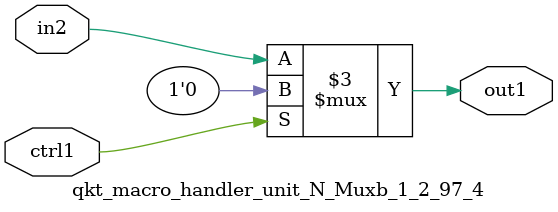
<source format=v>

`timescale 1ps / 1ps


module qkt_macro_handler_unit_N_Muxb_1_2_97_4( in2, ctrl1, out1 );

    input in2;
    input ctrl1;
    output out1;
    reg out1;

    
    // rtl_process:qkt_macro_handler_unit_N_Muxb_1_2_97_4/qkt_macro_handler_unit_N_Muxb_1_2_97_4_thread_1
    always @*
      begin : qkt_macro_handler_unit_N_Muxb_1_2_97_4_thread_1
        case (ctrl1) 
          1'b1: 
            begin
              out1 = 1'b0;
            end
          default: 
            begin
              out1 = in2;
            end
        endcase
      end

endmodule



</source>
